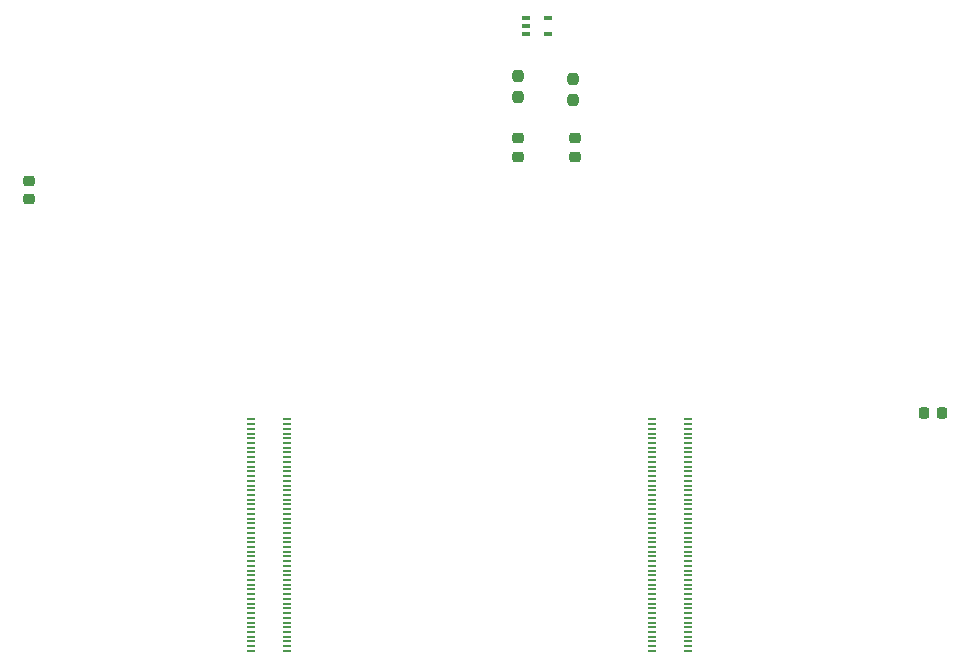
<source format=gtp>
%TF.GenerationSoftware,KiCad,Pcbnew,(6.0.5)*%
%TF.CreationDate,2023-03-12T20:27:36+02:00*%
%TF.ProjectId,rpi-cm4-base-carrier-rocket,7270692d-636d-4342-9d62-6173652d6361,v01*%
%TF.SameCoordinates,Original*%
%TF.FileFunction,Paste,Top*%
%TF.FilePolarity,Positive*%
%FSLAX46Y46*%
G04 Gerber Fmt 4.6, Leading zero omitted, Abs format (unit mm)*
G04 Created by KiCad (PCBNEW (6.0.5)) date 2023-03-12 20:27:36*
%MOMM*%
%LPD*%
G01*
G04 APERTURE LIST*
G04 Aperture macros list*
%AMRoundRect*
0 Rectangle with rounded corners*
0 $1 Rounding radius*
0 $2 $3 $4 $5 $6 $7 $8 $9 X,Y pos of 4 corners*
0 Add a 4 corners polygon primitive as box body*
4,1,4,$2,$3,$4,$5,$6,$7,$8,$9,$2,$3,0*
0 Add four circle primitives for the rounded corners*
1,1,$1+$1,$2,$3*
1,1,$1+$1,$4,$5*
1,1,$1+$1,$6,$7*
1,1,$1+$1,$8,$9*
0 Add four rect primitives between the rounded corners*
20,1,$1+$1,$2,$3,$4,$5,0*
20,1,$1+$1,$4,$5,$6,$7,0*
20,1,$1+$1,$6,$7,$8,$9,0*
20,1,$1+$1,$8,$9,$2,$3,0*%
G04 Aperture macros list end*
%ADD10RoundRect,0.218750X0.256250X-0.218750X0.256250X0.218750X-0.256250X0.218750X-0.256250X-0.218750X0*%
%ADD11RoundRect,0.237500X0.237500X-0.250000X0.237500X0.250000X-0.237500X0.250000X-0.237500X-0.250000X0*%
%ADD12RoundRect,0.225000X0.225000X0.250000X-0.225000X0.250000X-0.225000X-0.250000X0.225000X-0.250000X0*%
%ADD13R,0.650000X0.400000*%
%ADD14RoundRect,0.225000X0.250000X-0.225000X0.250000X0.225000X-0.250000X0.225000X-0.250000X-0.225000X0*%
%ADD15R,0.700000X0.200000*%
G04 APERTURE END LIST*
D10*
%TO.C,D2*%
X148209000Y-71780500D03*
X148209000Y-70205500D03*
%TD*%
D11*
%TO.C,R1*%
X152908000Y-66976000D03*
X152908000Y-65151000D03*
%TD*%
D12*
%TO.C,C_puff1*%
X184150000Y-93472000D03*
X182600000Y-93472000D03*
%TD*%
D10*
%TO.C,D1*%
X153035000Y-71780500D03*
X153035000Y-70205500D03*
%TD*%
D13*
%TO.C,U1*%
X148910000Y-60056000D03*
X148910000Y-60706000D03*
X148910000Y-61356000D03*
X150810000Y-61356000D03*
X150810000Y-60056000D03*
%TD*%
D14*
%TO.C,C_puff2*%
X106807000Y-75324000D03*
X106807000Y-73774000D03*
%TD*%
D11*
%TO.C,R2*%
X148209000Y-66722000D03*
X148209000Y-64897000D03*
%TD*%
D15*
%TO.C,Module1*%
X162636000Y-113602000D03*
X159556000Y-113602000D03*
X162636000Y-113202000D03*
X159556000Y-113202000D03*
X162636000Y-112802000D03*
X159556000Y-112802000D03*
X162636000Y-112402000D03*
X159556000Y-112402000D03*
X162636000Y-112002000D03*
X159556000Y-112002000D03*
X162636000Y-111602000D03*
X159556000Y-111602000D03*
X162636000Y-111202000D03*
X159556000Y-111202000D03*
X162636000Y-110802000D03*
X159556000Y-110802000D03*
X162636000Y-110402000D03*
X159556000Y-110402000D03*
X162636000Y-110002000D03*
X159556000Y-110002000D03*
X162636000Y-109602000D03*
X159556000Y-109602000D03*
X162636000Y-109202000D03*
X159556000Y-109202000D03*
X162636000Y-108802000D03*
X159556000Y-108802000D03*
X162636000Y-108402000D03*
X159556000Y-108402000D03*
X162636000Y-108002000D03*
X159556000Y-108002000D03*
X162636000Y-107602000D03*
X159556000Y-107602000D03*
X162636000Y-107202000D03*
X159556000Y-107202000D03*
X162636000Y-106802000D03*
X159556000Y-106802000D03*
X162636000Y-106402000D03*
X159556000Y-106402000D03*
X162636000Y-106002000D03*
X159556000Y-106002000D03*
X162636000Y-105602000D03*
X159556000Y-105602000D03*
X162636000Y-105202000D03*
X159556000Y-105202000D03*
X162636000Y-104802000D03*
X159556000Y-104802000D03*
X162636000Y-104402000D03*
X159556000Y-104402000D03*
X162636000Y-104002000D03*
X159556000Y-104002000D03*
X162636000Y-103602000D03*
X159556000Y-103602000D03*
X162636000Y-103202000D03*
X159556000Y-103202000D03*
X162636000Y-102802000D03*
X159556000Y-102802000D03*
X162636000Y-102402000D03*
X159556000Y-102402000D03*
X162636000Y-102002000D03*
X159556000Y-102002000D03*
X162636000Y-101602000D03*
X159556000Y-101602000D03*
X162636000Y-101202000D03*
X159556000Y-101202000D03*
X162636000Y-100802000D03*
X159556000Y-100802000D03*
X162636000Y-100402000D03*
X159556000Y-100402000D03*
X162636000Y-100002000D03*
X159556000Y-100002000D03*
X162636000Y-99602000D03*
X159556000Y-99602000D03*
X162636000Y-99202000D03*
X159556000Y-99202000D03*
X162636000Y-98802000D03*
X159556000Y-98802000D03*
X162636000Y-98402000D03*
X159556000Y-98402000D03*
X162636000Y-98002000D03*
X159556000Y-98002000D03*
X162636000Y-97602000D03*
X159556000Y-97602000D03*
X162636000Y-97202000D03*
X159556000Y-97202000D03*
X162636000Y-96802000D03*
X159556000Y-96802000D03*
X162636000Y-96402000D03*
X159556000Y-96402000D03*
X162636000Y-96002000D03*
X159556000Y-96002000D03*
X162636000Y-95602000D03*
X159556000Y-95602000D03*
X162636000Y-95202000D03*
X159556000Y-95202000D03*
X162636000Y-94802000D03*
X159556000Y-94802000D03*
X162636000Y-94402000D03*
X159556000Y-94402000D03*
X162636000Y-94002000D03*
X159556000Y-94002000D03*
X128716000Y-113602000D03*
X125636000Y-113602000D03*
X128716000Y-113202000D03*
X125636000Y-113202000D03*
X128716000Y-112802000D03*
X125636000Y-112802000D03*
X128716000Y-112402000D03*
X125636000Y-112402000D03*
X128716000Y-112002000D03*
X125636000Y-112002000D03*
X128716000Y-111602000D03*
X125636000Y-111602000D03*
X128716000Y-111202000D03*
X125636000Y-111202000D03*
X128716000Y-110802000D03*
X125636000Y-110802000D03*
X128716000Y-110402000D03*
X125636000Y-110402000D03*
X128716000Y-110002000D03*
X125636000Y-110002000D03*
X128716000Y-109602000D03*
X125636000Y-109602000D03*
X128716000Y-109202000D03*
X125636000Y-109202000D03*
X128716000Y-108802000D03*
X125636000Y-108802000D03*
X128716000Y-108402000D03*
X125636000Y-108402000D03*
X128716000Y-108002000D03*
X125636000Y-108002000D03*
X128716000Y-107602000D03*
X125636000Y-107602000D03*
X128716000Y-107202000D03*
X125636000Y-107202000D03*
X128716000Y-106802000D03*
X125636000Y-106802000D03*
X128716000Y-106402000D03*
X125636000Y-106402000D03*
X128716000Y-106002000D03*
X125636000Y-106002000D03*
X128716000Y-105602000D03*
X125636000Y-105602000D03*
X128716000Y-105202000D03*
X125636000Y-105202000D03*
X128716000Y-104802000D03*
X125636000Y-104802000D03*
X128716000Y-104402000D03*
X125636000Y-104402000D03*
X128716000Y-104002000D03*
X125636000Y-104002000D03*
X128716000Y-103602000D03*
X125636000Y-103602000D03*
X128716000Y-103202000D03*
X125636000Y-103202000D03*
X128716000Y-102802000D03*
X125636000Y-102802000D03*
X128716000Y-102402000D03*
X125636000Y-102402000D03*
X128716000Y-102002000D03*
X125636000Y-102002000D03*
X128716000Y-101602000D03*
X125636000Y-101602000D03*
X128716000Y-101202000D03*
X125636000Y-101202000D03*
X128716000Y-100802000D03*
X125636000Y-100802000D03*
X128716000Y-100402000D03*
X125636000Y-100402000D03*
X128716000Y-100002000D03*
X125636000Y-100002000D03*
X128716000Y-99602000D03*
X125636000Y-99602000D03*
X128716000Y-99202000D03*
X125636000Y-99202000D03*
X128716000Y-98802000D03*
X125636000Y-98802000D03*
X128716000Y-98402000D03*
X125636000Y-98402000D03*
X128716000Y-98002000D03*
X125636000Y-98002000D03*
X128716000Y-97602000D03*
X125636000Y-97602000D03*
X128716000Y-97202000D03*
X125636000Y-97202000D03*
X128716000Y-96802000D03*
X125636000Y-96802000D03*
X128716000Y-96402000D03*
X125636000Y-96402000D03*
X128716000Y-96002000D03*
X125636000Y-96002000D03*
X128716000Y-95602000D03*
X125636000Y-95602000D03*
X128716000Y-95202000D03*
X125636000Y-95202000D03*
X128716000Y-94802000D03*
X125636000Y-94802000D03*
X128716000Y-94402000D03*
X125636000Y-94402000D03*
X128716000Y-94002000D03*
X125636000Y-94002000D03*
%TD*%
M02*

</source>
